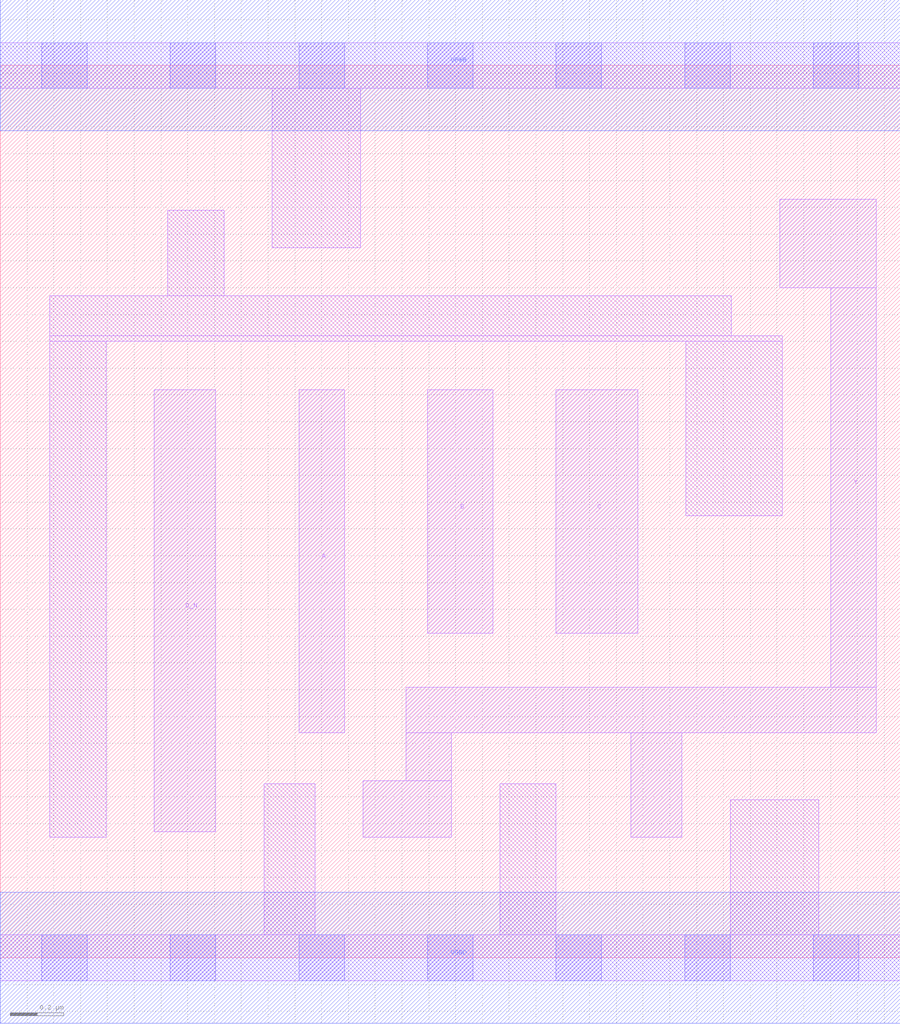
<source format=lef>
# Copyright 2020 The SkyWater PDK Authors
#
# Licensed under the Apache License, Version 2.0 (the "License");
# you may not use this file except in compliance with the License.
# You may obtain a copy of the License at
#
#     https://www.apache.org/licenses/LICENSE-2.0
#
# Unless required by applicable law or agreed to in writing, software
# distributed under the License is distributed on an "AS IS" BASIS,
# WITHOUT WARRANTIES OR CONDITIONS OF ANY KIND, either express or implied.
# See the License for the specific language governing permissions and
# limitations under the License.
#
# SPDX-License-Identifier: Apache-2.0

VERSION 5.7 ;
  NAMESCASESENSITIVE ON ;
  NOWIREEXTENSIONATPIN ON ;
  DIVIDERCHAR "/" ;
  BUSBITCHARS "[]" ;
UNITS
  DATABASE MICRONS 200 ;
END UNITS
MACRO sky130_fd_sc_lp__nor4b_m
  CLASS CORE ;
  FOREIGN sky130_fd_sc_lp__nor4b_m ;
  ORIGIN  0.000000  0.000000 ;
  SIZE  3.360000 BY  3.330000 ;
  SYMMETRY X Y R90 ;
  SITE unit ;
  PIN A
    ANTENNAGATEAREA  0.126000 ;
    DIRECTION INPUT ;
    USE SIGNAL ;
    PORT
      LAYER li1 ;
        RECT 1.115000 0.840000 1.285000 2.120000 ;
    END
  END A
  PIN B
    ANTENNAGATEAREA  0.126000 ;
    DIRECTION INPUT ;
    USE SIGNAL ;
    PORT
      LAYER li1 ;
        RECT 1.595000 1.210000 1.840000 2.120000 ;
    END
  END B
  PIN C
    ANTENNAGATEAREA  0.126000 ;
    DIRECTION INPUT ;
    USE SIGNAL ;
    PORT
      LAYER li1 ;
        RECT 2.075000 1.210000 2.380000 2.120000 ;
    END
  END C
  PIN D_N
    ANTENNAGATEAREA  0.126000 ;
    DIRECTION INPUT ;
    USE SIGNAL ;
    PORT
      LAYER li1 ;
        RECT 0.575000 0.470000 0.805000 2.120000 ;
    END
  END D_N
  PIN Y
    ANTENNADIFFAREA  0.436800 ;
    DIRECTION OUTPUT ;
    USE SIGNAL ;
    PORT
      LAYER li1 ;
        RECT 1.355000 0.450000 1.685000 0.660000 ;
        RECT 1.515000 0.660000 1.685000 0.840000 ;
        RECT 1.515000 0.840000 3.270000 1.010000 ;
        RECT 2.355000 0.450000 2.545000 0.840000 ;
        RECT 2.910000 2.500000 3.270000 2.830000 ;
        RECT 3.100000 1.010000 3.270000 2.500000 ;
    END
  END Y
  PIN VGND
    DIRECTION INOUT ;
    USE GROUND ;
    PORT
      LAYER met1 ;
        RECT 0.000000 -0.245000 3.360000 0.245000 ;
    END
  END VGND
  PIN VPWR
    DIRECTION INOUT ;
    USE POWER ;
    PORT
      LAYER met1 ;
        RECT 0.000000 3.085000 3.360000 3.575000 ;
    END
  END VPWR
  OBS
    LAYER li1 ;
      RECT 0.000000 -0.085000 3.360000 0.085000 ;
      RECT 0.000000  3.245000 3.360000 3.415000 ;
      RECT 0.185000  0.450000 0.395000 2.300000 ;
      RECT 0.185000  2.300000 2.920000 2.320000 ;
      RECT 0.185000  2.320000 2.730000 2.470000 ;
      RECT 0.625000  2.470000 0.835000 2.790000 ;
      RECT 0.985000  0.085000 1.175000 0.650000 ;
      RECT 1.015000  2.650000 1.345000 3.245000 ;
      RECT 1.865000  0.085000 2.075000 0.650000 ;
      RECT 2.560000  1.650000 2.920000 2.300000 ;
      RECT 2.725000  0.085000 3.055000 0.590000 ;
    LAYER mcon ;
      RECT 0.155000 -0.085000 0.325000 0.085000 ;
      RECT 0.155000  3.245000 0.325000 3.415000 ;
      RECT 0.635000 -0.085000 0.805000 0.085000 ;
      RECT 0.635000  3.245000 0.805000 3.415000 ;
      RECT 1.115000 -0.085000 1.285000 0.085000 ;
      RECT 1.115000  3.245000 1.285000 3.415000 ;
      RECT 1.595000 -0.085000 1.765000 0.085000 ;
      RECT 1.595000  3.245000 1.765000 3.415000 ;
      RECT 2.075000 -0.085000 2.245000 0.085000 ;
      RECT 2.075000  3.245000 2.245000 3.415000 ;
      RECT 2.555000 -0.085000 2.725000 0.085000 ;
      RECT 2.555000  3.245000 2.725000 3.415000 ;
      RECT 3.035000 -0.085000 3.205000 0.085000 ;
      RECT 3.035000  3.245000 3.205000 3.415000 ;
  END
END sky130_fd_sc_lp__nor4b_m
END LIBRARY

</source>
